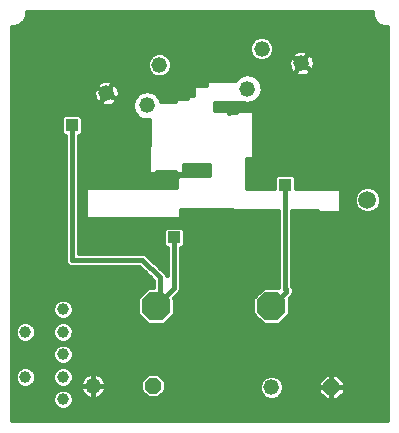
<source format=gbl>
G75*
%MOIN*%
%OFA0B0*%
%FSLAX24Y24*%
%IPPOS*%
%LPD*%
%AMOC8*
5,1,8,0,0,1.08239X$1,22.5*
%
%ADD10C,0.0520*%
%ADD11OC8,0.0520*%
%ADD12C,0.0160*%
%ADD13C,0.1502*%
%ADD14R,0.0591X0.0591*%
%ADD15R,0.0945X0.0945*%
%ADD16R,0.0396X0.0396*%
%ADD17C,0.0591*%
%ADD18OC8,0.0945*%
%ADD19C,0.0396*%
D10*
X031700Y014550D03*
X037650Y014500D03*
X033505Y023894D03*
X033911Y025248D03*
X032150Y024300D03*
X036837Y024455D03*
X038650Y025300D03*
X037321Y025784D03*
D11*
X039650Y014500D03*
X033700Y014550D03*
D12*
X029000Y013400D02*
X029000Y026494D01*
X029101Y026494D01*
X029286Y026571D01*
X029429Y026714D01*
X029506Y026899D01*
X029506Y027000D01*
X040994Y027000D01*
X040994Y026899D01*
X041071Y026714D01*
X041214Y026571D01*
X041399Y026494D01*
X041500Y026494D01*
X041500Y013400D01*
X029000Y013400D01*
X029000Y013414D02*
X041500Y013414D01*
X041500Y013573D02*
X029000Y013573D01*
X029000Y013731D02*
X041500Y013731D01*
X041500Y013890D02*
X030996Y013890D01*
X031004Y013897D02*
X031058Y014029D01*
X031058Y014171D01*
X031004Y014303D01*
X030903Y014404D01*
X030771Y014458D01*
X030629Y014458D01*
X030497Y014404D01*
X030396Y014303D01*
X030342Y014171D01*
X030342Y014029D01*
X030396Y013897D01*
X030497Y013796D01*
X030629Y013742D01*
X030771Y013742D01*
X030903Y013796D01*
X031004Y013897D01*
X031058Y014048D02*
X041500Y014048D01*
X041500Y014207D02*
X039979Y014207D01*
X040090Y014318D02*
X039832Y014060D01*
X039650Y014060D01*
X039650Y014500D01*
X040090Y014500D01*
X040090Y014682D01*
X041500Y014682D01*
X041500Y014524D02*
X040090Y014524D01*
X040090Y014500D02*
X039650Y014500D01*
X039650Y014500D01*
X039650Y014500D01*
X039650Y014940D01*
X039832Y014940D01*
X040090Y014682D01*
X040090Y014500D02*
X040090Y014318D01*
X040090Y014365D02*
X041500Y014365D01*
X041500Y014841D02*
X039932Y014841D01*
X039650Y014841D02*
X039650Y014841D01*
X039650Y014940D02*
X039468Y014940D01*
X039210Y014682D01*
X038029Y014682D01*
X038006Y014738D02*
X037888Y014856D01*
X037734Y014920D01*
X037566Y014920D01*
X037412Y014856D01*
X037294Y014738D01*
X037230Y014584D01*
X037230Y014416D01*
X037294Y014262D01*
X037412Y014144D01*
X037566Y014080D01*
X037734Y014080D01*
X037888Y014144D01*
X038006Y014262D01*
X038070Y014416D01*
X038070Y014584D01*
X038006Y014738D01*
X037903Y014841D02*
X039368Y014841D01*
X039210Y014682D02*
X039210Y014500D01*
X039650Y014500D01*
X039650Y014500D01*
X039650Y014500D01*
X039650Y014940D01*
X039650Y014682D02*
X039650Y014682D01*
X039650Y014524D02*
X039650Y014524D01*
X039650Y014500D02*
X039210Y014500D01*
X039210Y014318D01*
X039468Y014060D01*
X039650Y014060D01*
X039650Y014500D01*
X039650Y014365D02*
X039650Y014365D01*
X039650Y014207D02*
X039650Y014207D01*
X039321Y014207D02*
X037950Y014207D01*
X038049Y014365D02*
X039210Y014365D01*
X039210Y014524D02*
X038070Y014524D01*
X037397Y014841D02*
X034003Y014841D01*
X034120Y014724D02*
X033874Y014970D01*
X033526Y014970D01*
X033280Y014724D01*
X033280Y014376D01*
X033526Y014130D01*
X033874Y014130D01*
X034120Y014376D01*
X034120Y014724D01*
X034120Y014682D02*
X037271Y014682D01*
X037230Y014524D02*
X034120Y014524D01*
X034109Y014365D02*
X037251Y014365D01*
X037350Y014207D02*
X033950Y014207D01*
X033450Y014207D02*
X031976Y014207D01*
X031987Y014214D02*
X032036Y014263D01*
X032076Y014319D01*
X032108Y014381D01*
X032129Y014447D01*
X032140Y014515D01*
X032140Y014550D01*
X032140Y014585D01*
X032129Y014653D01*
X032108Y014719D01*
X032076Y014781D01*
X032036Y014837D01*
X031987Y014886D01*
X031931Y014926D01*
X031869Y014958D01*
X031803Y014979D01*
X031735Y014990D01*
X031700Y014990D01*
X031700Y014550D01*
X032140Y014550D01*
X031700Y014550D01*
X031700Y014550D01*
X031700Y014550D01*
X031700Y014110D01*
X031735Y014110D01*
X031803Y014121D01*
X031869Y014142D01*
X031931Y014174D01*
X031987Y014214D01*
X032100Y014365D02*
X033291Y014365D01*
X033280Y014524D02*
X032140Y014524D01*
X032120Y014682D02*
X033280Y014682D01*
X033397Y014841D02*
X032032Y014841D01*
X031700Y014841D02*
X031700Y014841D01*
X031700Y014990D02*
X031665Y014990D01*
X031597Y014979D01*
X031531Y014958D01*
X031469Y014926D01*
X031413Y014886D01*
X031364Y014837D01*
X031324Y014781D01*
X031292Y014719D01*
X031271Y014653D01*
X031260Y014585D01*
X031260Y014550D01*
X031700Y014550D01*
X031700Y014550D01*
X031700Y014550D01*
X031700Y014990D01*
X031700Y014682D02*
X031700Y014682D01*
X031700Y014550D02*
X031260Y014550D01*
X031260Y014515D01*
X031271Y014447D01*
X031292Y014381D01*
X031324Y014319D01*
X031364Y014263D01*
X031413Y014214D01*
X031469Y014174D01*
X031531Y014142D01*
X031597Y014121D01*
X031665Y014110D01*
X031700Y014110D01*
X031700Y014550D01*
X031700Y014524D02*
X031700Y014524D01*
X031700Y014365D02*
X031700Y014365D01*
X031700Y014207D02*
X031700Y014207D01*
X031424Y014207D02*
X031043Y014207D01*
X030941Y014365D02*
X031300Y014365D01*
X031260Y014524D02*
X030848Y014524D01*
X030903Y014546D02*
X031004Y014647D01*
X031058Y014779D01*
X031058Y014921D01*
X031004Y015053D01*
X030903Y015154D01*
X030771Y015208D01*
X030629Y015208D01*
X030497Y015154D01*
X030396Y015053D01*
X030342Y014921D01*
X030342Y014779D01*
X030396Y014647D01*
X030497Y014546D01*
X030629Y014492D01*
X030771Y014492D01*
X030903Y014546D01*
X031018Y014682D02*
X031280Y014682D01*
X031368Y014841D02*
X031058Y014841D01*
X031026Y014999D02*
X041500Y014999D01*
X041500Y015158D02*
X030893Y015158D01*
X030903Y015296D02*
X031004Y015397D01*
X031058Y015529D01*
X031058Y015671D01*
X031004Y015803D01*
X030903Y015904D01*
X030771Y015958D01*
X030629Y015958D01*
X030497Y015904D01*
X030396Y015803D01*
X030342Y015671D01*
X030342Y015529D01*
X030396Y015397D01*
X030497Y015296D01*
X030629Y015242D01*
X030771Y015242D01*
X030903Y015296D01*
X030922Y015316D02*
X041500Y015316D01*
X041500Y015475D02*
X031036Y015475D01*
X031058Y015633D02*
X041500Y015633D01*
X041500Y015792D02*
X031008Y015792D01*
X030791Y015950D02*
X041500Y015950D01*
X041500Y016109D02*
X030965Y016109D01*
X031004Y016147D02*
X031058Y016279D01*
X031058Y016421D01*
X031004Y016553D01*
X030903Y016654D01*
X030771Y016708D01*
X030629Y016708D01*
X030497Y016654D01*
X030396Y016553D01*
X030342Y016421D01*
X030342Y016279D01*
X030396Y016147D01*
X030497Y016046D01*
X030629Y015992D01*
X030771Y015992D01*
X030903Y016046D01*
X031004Y016147D01*
X031053Y016267D02*
X041500Y016267D01*
X041500Y016426D02*
X031056Y016426D01*
X030972Y016584D02*
X033522Y016584D01*
X033538Y016568D02*
X034062Y016568D01*
X034432Y016938D01*
X034432Y017462D01*
X034417Y017477D01*
X034507Y017567D01*
X034511Y017571D01*
X034574Y017635D01*
X034588Y017649D01*
X034588Y017649D01*
X034640Y017774D01*
X034640Y019142D01*
X034664Y019142D01*
X034758Y019236D01*
X034758Y019764D01*
X034664Y019858D01*
X034136Y019858D01*
X034042Y019764D01*
X034042Y019236D01*
X034136Y019142D01*
X034160Y019142D01*
X034160Y018249D01*
X034138Y018301D01*
X034124Y018315D01*
X034109Y018330D01*
X034090Y018349D01*
X034057Y018383D01*
X034057Y018383D01*
X033486Y018953D01*
X033398Y018990D01*
X031240Y018990D01*
X031240Y022892D01*
X031264Y022892D01*
X031358Y022986D01*
X031358Y023514D01*
X031264Y023608D01*
X030736Y023608D01*
X030642Y023514D01*
X030642Y022986D01*
X030736Y022892D01*
X030760Y022892D01*
X030760Y018702D01*
X030797Y018614D01*
X030864Y018547D01*
X030952Y018510D01*
X033251Y018510D01*
X033710Y018051D01*
X033710Y017832D01*
X033538Y017832D01*
X033168Y017462D01*
X033168Y016938D01*
X033538Y016568D01*
X033363Y016743D02*
X030773Y016743D01*
X030771Y016742D02*
X030903Y016796D01*
X031004Y016897D01*
X031058Y017029D01*
X031058Y017171D01*
X031004Y017303D01*
X030903Y017404D01*
X030771Y017458D01*
X030629Y017458D01*
X030497Y017404D01*
X030396Y017303D01*
X030342Y017171D01*
X030342Y017029D01*
X030396Y016897D01*
X030497Y016796D01*
X030629Y016742D01*
X030771Y016742D01*
X030627Y016743D02*
X029000Y016743D01*
X029000Y016901D02*
X030395Y016901D01*
X030342Y017060D02*
X029000Y017060D01*
X029000Y017218D02*
X030361Y017218D01*
X030470Y017377D02*
X029000Y017377D01*
X029000Y017535D02*
X033241Y017535D01*
X033168Y017377D02*
X030930Y017377D01*
X031039Y017218D02*
X033168Y017218D01*
X033168Y017060D02*
X031058Y017060D01*
X031005Y016901D02*
X033205Y016901D01*
X033800Y017200D02*
X033950Y017350D01*
X033950Y018109D01*
X033921Y018179D02*
X033350Y018750D01*
X031000Y018750D01*
X031000Y023250D01*
X031358Y023241D02*
X033570Y023241D01*
X033570Y023083D02*
X031358Y023083D01*
X031297Y022924D02*
X033570Y022924D01*
X033570Y022766D02*
X031240Y022766D01*
X031240Y022607D02*
X033570Y022607D01*
X033570Y022580D02*
X033567Y022580D01*
X033520Y022533D01*
X033520Y021667D01*
X033567Y021620D01*
X033783Y021620D01*
X033830Y021667D01*
X033830Y021670D01*
X034420Y021670D01*
X034420Y021667D01*
X034467Y021620D01*
X034683Y021620D01*
X034730Y021667D01*
X034730Y021920D01*
X035570Y021920D01*
X035570Y021580D01*
X034567Y021580D01*
X034520Y021533D01*
X034520Y021530D01*
X034517Y021530D01*
X034470Y021483D01*
X034470Y021180D01*
X031467Y021180D01*
X031420Y021133D01*
X031420Y020167D01*
X031467Y020120D01*
X034583Y020120D01*
X034630Y020167D01*
X034630Y020420D01*
X036320Y020420D01*
X036320Y020417D01*
X036367Y020370D01*
X037860Y020370D01*
X037860Y017832D01*
X037388Y017832D01*
X037018Y017462D01*
X037018Y016938D01*
X037388Y016568D01*
X037912Y016568D01*
X038282Y016938D01*
X038282Y017462D01*
X038267Y017477D01*
X038324Y017535D01*
X038338Y017549D01*
X038390Y017674D01*
X038390Y017789D01*
X038374Y017827D01*
X038353Y017877D01*
X038352Y017878D01*
X038340Y017891D01*
X038340Y020370D01*
X039170Y020370D01*
X039170Y020367D01*
X039217Y020320D01*
X039933Y020320D01*
X039980Y020367D01*
X039980Y021083D01*
X039933Y021130D01*
X038458Y021130D01*
X038458Y021514D01*
X038364Y021608D01*
X037836Y021608D01*
X037742Y021514D01*
X037742Y021130D01*
X036830Y021130D01*
X036830Y022120D01*
X037033Y022120D01*
X037080Y022167D01*
X037080Y023683D01*
X037033Y023730D01*
X036517Y023730D01*
X036470Y023683D01*
X036470Y023680D01*
X036267Y023680D01*
X036230Y023643D01*
X036230Y023683D01*
X036183Y023730D01*
X035780Y023730D01*
X035780Y023970D01*
X036725Y023970D01*
X036850Y023936D01*
X037107Y024005D01*
X037295Y024193D01*
X037295Y024193D01*
X037364Y024450D01*
X037295Y024707D01*
X037107Y024895D01*
X037107Y024895D01*
X036850Y024964D01*
X036593Y024895D01*
X036428Y024730D01*
X035517Y024730D01*
X035470Y024683D01*
X035470Y024580D01*
X035067Y024580D01*
X035020Y024533D01*
X035020Y024230D01*
X034867Y024230D01*
X034820Y024183D01*
X034820Y024130D01*
X034467Y024130D01*
X034420Y024083D01*
X034420Y024030D01*
X033979Y024030D01*
X033945Y024157D01*
X033757Y024345D01*
X033757Y024345D01*
X033500Y024414D01*
X033243Y024345D01*
X033055Y024157D01*
X033055Y024157D01*
X032986Y023900D01*
X033055Y023643D01*
X033243Y023455D01*
X033243Y023455D01*
X033500Y023386D01*
X033570Y023405D01*
X033570Y022580D01*
X033520Y022449D02*
X031240Y022449D01*
X031240Y022290D02*
X033520Y022290D01*
X033520Y022132D02*
X031240Y022132D01*
X031240Y021973D02*
X033520Y021973D01*
X033520Y021815D02*
X031240Y021815D01*
X031240Y021656D02*
X033531Y021656D01*
X033819Y021656D02*
X034431Y021656D01*
X034484Y021498D02*
X031240Y021498D01*
X031240Y021339D02*
X034470Y021339D01*
X034470Y021181D02*
X031240Y021181D01*
X031240Y021022D02*
X031420Y021022D01*
X031420Y020864D02*
X031240Y020864D01*
X031240Y020705D02*
X031420Y020705D01*
X031420Y020547D02*
X031240Y020547D01*
X031240Y020388D02*
X031420Y020388D01*
X031420Y020230D02*
X031240Y020230D01*
X031240Y020071D02*
X037860Y020071D01*
X037860Y019913D02*
X031240Y019913D01*
X031240Y019754D02*
X034042Y019754D01*
X034042Y019596D02*
X031240Y019596D01*
X031240Y019437D02*
X034042Y019437D01*
X034042Y019279D02*
X031240Y019279D01*
X031240Y019120D02*
X034160Y019120D01*
X034160Y018962D02*
X033466Y018962D01*
X033636Y018803D02*
X034160Y018803D01*
X034160Y018645D02*
X033795Y018645D01*
X033953Y018486D02*
X034160Y018486D01*
X034090Y018349D02*
X034090Y018349D01*
X034112Y018328D02*
X034160Y018328D01*
X034138Y018301D02*
X034138Y018301D01*
X033921Y018180D02*
X033933Y018165D01*
X033942Y018147D01*
X033948Y018129D01*
X033950Y018109D01*
X033710Y018011D02*
X029000Y018011D01*
X029000Y018169D02*
X033592Y018169D01*
X033433Y018328D02*
X029000Y018328D01*
X029000Y018486D02*
X033275Y018486D01*
X033710Y017852D02*
X029000Y017852D01*
X029000Y017694D02*
X033399Y017694D01*
X033950Y017350D02*
X034371Y017771D01*
X034400Y017841D02*
X034400Y019500D01*
X034758Y019437D02*
X037860Y019437D01*
X037860Y019279D02*
X034758Y019279D01*
X034640Y019120D02*
X037860Y019120D01*
X037860Y018962D02*
X034640Y018962D01*
X034640Y018803D02*
X037860Y018803D01*
X037860Y018645D02*
X034640Y018645D01*
X034640Y018486D02*
X037860Y018486D01*
X037860Y018328D02*
X034640Y018328D01*
X034640Y018169D02*
X037860Y018169D01*
X037860Y018011D02*
X034640Y018011D01*
X034640Y017852D02*
X037860Y017852D01*
X038150Y017741D02*
X038148Y017721D01*
X038142Y017703D01*
X038133Y017685D01*
X038121Y017670D01*
X038121Y017671D02*
X037650Y017200D01*
X037213Y016743D02*
X034237Y016743D01*
X034395Y016901D02*
X037055Y016901D01*
X037018Y017060D02*
X034432Y017060D01*
X034432Y017218D02*
X037018Y017218D01*
X037018Y017377D02*
X034432Y017377D01*
X034474Y017535D02*
X037091Y017535D01*
X037249Y017694D02*
X034607Y017694D01*
X034574Y017635D02*
X034574Y017635D01*
X034371Y017770D02*
X034383Y017785D01*
X034392Y017803D01*
X034398Y017821D01*
X034400Y017841D01*
X034078Y016584D02*
X037372Y016584D01*
X037928Y016584D02*
X041500Y016584D01*
X041500Y016743D02*
X038087Y016743D01*
X038245Y016901D02*
X041500Y016901D01*
X041500Y017060D02*
X038282Y017060D01*
X038282Y017218D02*
X041500Y017218D01*
X041500Y017377D02*
X038282Y017377D01*
X038324Y017535D02*
X038324Y017535D01*
X041500Y017535D01*
X041500Y017694D02*
X038390Y017694D01*
X038338Y017549D02*
X038338Y017549D01*
X038150Y017741D02*
X038129Y017762D01*
X038100Y017833D02*
X038100Y021250D01*
X038458Y021181D02*
X040700Y021181D01*
X040759Y021205D02*
X040592Y021136D01*
X040464Y021008D01*
X040395Y020841D01*
X040395Y020659D01*
X040464Y020492D01*
X040592Y020364D01*
X040759Y020295D01*
X040941Y020295D01*
X041108Y020364D01*
X041236Y020492D01*
X041305Y020659D01*
X041305Y020841D01*
X041236Y021008D01*
X041108Y021136D01*
X040941Y021205D01*
X040759Y021205D01*
X041000Y021181D02*
X041500Y021181D01*
X041500Y021339D02*
X038458Y021339D01*
X038458Y021498D02*
X041500Y021498D01*
X041500Y021656D02*
X036830Y021656D01*
X036830Y021498D02*
X037742Y021498D01*
X037742Y021339D02*
X036830Y021339D01*
X036830Y021181D02*
X037742Y021181D01*
X037860Y020230D02*
X034630Y020230D01*
X034630Y020388D02*
X036349Y020388D01*
X037860Y019754D02*
X034758Y019754D01*
X034758Y019596D02*
X037860Y019596D01*
X038340Y019596D02*
X041500Y019596D01*
X041500Y019754D02*
X038340Y019754D01*
X038340Y019913D02*
X041500Y019913D01*
X041500Y020071D02*
X038340Y020071D01*
X038340Y020230D02*
X041500Y020230D01*
X041500Y020388D02*
X041132Y020388D01*
X041259Y020547D02*
X041500Y020547D01*
X041500Y020705D02*
X041305Y020705D01*
X041296Y020864D02*
X041500Y020864D01*
X041500Y021022D02*
X041222Y021022D01*
X040478Y021022D02*
X039980Y021022D01*
X039980Y020864D02*
X040404Y020864D01*
X040395Y020705D02*
X039980Y020705D01*
X039980Y020547D02*
X040441Y020547D01*
X040568Y020388D02*
X039980Y020388D01*
X041500Y019437D02*
X038340Y019437D01*
X038340Y019279D02*
X041500Y019279D01*
X041500Y019120D02*
X038340Y019120D01*
X038340Y018962D02*
X041500Y018962D01*
X041500Y018803D02*
X038340Y018803D01*
X038340Y018645D02*
X041500Y018645D01*
X041500Y018486D02*
X038340Y018486D01*
X038340Y018328D02*
X041500Y018328D01*
X041500Y018169D02*
X038340Y018169D01*
X038340Y018011D02*
X041500Y018011D01*
X041500Y017852D02*
X038364Y017852D01*
X038353Y017877D02*
X038353Y017877D01*
X038129Y017762D02*
X038117Y017777D01*
X038108Y017795D01*
X038102Y017813D01*
X038100Y017833D01*
X035570Y021656D02*
X034719Y021656D01*
X034730Y021815D02*
X035570Y021815D01*
X036830Y021815D02*
X041500Y021815D01*
X041500Y021973D02*
X036830Y021973D01*
X037045Y022132D02*
X041500Y022132D01*
X041500Y022290D02*
X037080Y022290D01*
X037080Y022449D02*
X041500Y022449D01*
X041500Y022607D02*
X037080Y022607D01*
X037080Y022766D02*
X041500Y022766D01*
X041500Y022924D02*
X037080Y022924D01*
X037080Y023083D02*
X041500Y023083D01*
X041500Y023241D02*
X037080Y023241D01*
X037080Y023400D02*
X041500Y023400D01*
X041500Y023558D02*
X037080Y023558D01*
X037047Y023717D02*
X041500Y023717D01*
X041500Y023875D02*
X035780Y023875D01*
X036197Y023717D02*
X036503Y023717D01*
X036850Y023936D02*
X036850Y023936D01*
X037107Y024005D02*
X037107Y024005D01*
X037135Y024034D02*
X041500Y024034D01*
X041500Y024192D02*
X037294Y024192D01*
X037337Y024351D02*
X041500Y024351D01*
X041500Y024509D02*
X037348Y024509D01*
X037305Y024668D02*
X041500Y024668D01*
X041500Y024826D02*
X037175Y024826D01*
X037295Y024707D02*
X037295Y024707D01*
X036850Y024964D02*
X036850Y024964D01*
X036593Y024895D02*
X036593Y024895D01*
X036525Y024826D02*
X029000Y024826D01*
X029000Y024668D02*
X031907Y024668D01*
X031919Y024676D02*
X031863Y024636D01*
X031814Y024587D01*
X031775Y024532D01*
X032150Y024300D01*
X032382Y024675D01*
X032150Y024300D01*
X032150Y024300D01*
X032525Y024068D01*
X032150Y024300D01*
X032150Y024300D01*
X032150Y024300D01*
X031918Y023925D01*
X032150Y024300D01*
X032150Y024300D01*
X031775Y024532D01*
X031774Y024531D01*
X031742Y024469D01*
X031721Y024403D01*
X031710Y024335D01*
X031710Y024265D01*
X031721Y024197D01*
X031742Y024131D01*
X031774Y024069D01*
X031814Y024013D01*
X031863Y023964D01*
X031918Y023925D01*
X031919Y023924D01*
X031981Y023892D01*
X032047Y023871D01*
X032115Y023860D01*
X032185Y023860D01*
X032253Y023871D01*
X032319Y023892D01*
X032381Y023924D01*
X032437Y023964D01*
X032486Y024013D01*
X032525Y024068D01*
X032526Y024069D01*
X032558Y024131D01*
X032579Y024197D01*
X032590Y024265D01*
X032590Y024335D01*
X032579Y024403D01*
X032558Y024469D01*
X032526Y024531D01*
X032486Y024587D01*
X032437Y024636D01*
X032382Y024675D01*
X032381Y024676D01*
X032319Y024708D01*
X032253Y024729D01*
X032185Y024740D01*
X032115Y024740D01*
X032047Y024729D01*
X031981Y024708D01*
X031919Y024676D01*
X031812Y024509D02*
X031812Y024509D01*
X031763Y024509D02*
X029000Y024509D01*
X029000Y024351D02*
X031713Y024351D01*
X031722Y024192D02*
X029000Y024192D01*
X029000Y024034D02*
X031800Y024034D01*
X031985Y024034D02*
X031985Y024034D01*
X032034Y023875D02*
X029000Y023875D01*
X029000Y023717D02*
X033036Y023717D01*
X033055Y023643D02*
X033055Y023643D01*
X033140Y023558D02*
X031314Y023558D01*
X031358Y023400D02*
X033451Y023400D01*
X033500Y023386D02*
X033500Y023386D01*
X033549Y023400D02*
X033570Y023400D01*
X032993Y023875D02*
X032266Y023875D01*
X032500Y024034D02*
X033022Y024034D01*
X032986Y023900D02*
X032986Y023900D01*
X033091Y024192D02*
X032578Y024192D01*
X032587Y024351D02*
X033265Y024351D01*
X033243Y024345D02*
X033243Y024345D01*
X033500Y024414D02*
X033500Y024414D01*
X033735Y024351D02*
X035020Y024351D01*
X035020Y024509D02*
X032537Y024509D01*
X032393Y024668D02*
X035470Y024668D01*
X034829Y024192D02*
X033909Y024192D01*
X033945Y024157D02*
X033945Y024157D01*
X033978Y024034D02*
X034420Y024034D01*
X034149Y024892D02*
X033994Y024828D01*
X033827Y024828D01*
X033673Y024892D01*
X033555Y025010D01*
X033491Y025165D01*
X033491Y025332D01*
X033555Y025486D01*
X033673Y025604D01*
X033827Y025668D01*
X033994Y025668D01*
X034149Y025604D01*
X034267Y025486D01*
X034331Y025332D01*
X034331Y025165D01*
X034267Y025010D01*
X034149Y024892D01*
X034241Y024985D02*
X038343Y024985D01*
X038363Y024964D02*
X038398Y024940D01*
X038419Y024924D01*
X038481Y024892D01*
X038547Y024871D01*
X038615Y024860D01*
X038685Y024860D01*
X038753Y024871D01*
X038819Y024892D01*
X038881Y024924D01*
X038937Y024964D01*
X038986Y025013D01*
X039010Y025048D01*
X039026Y025069D01*
X039058Y025131D01*
X039079Y025197D01*
X039090Y025265D01*
X039090Y025335D01*
X039079Y025403D01*
X039058Y025469D01*
X039026Y025531D01*
X038986Y025587D01*
X038937Y025636D01*
X038902Y025660D01*
X038881Y025676D01*
X038819Y025708D01*
X038753Y025729D01*
X038685Y025740D01*
X038615Y025740D01*
X038547Y025729D01*
X038481Y025708D01*
X038419Y025676D01*
X038363Y025636D01*
X038314Y025587D01*
X038290Y025552D01*
X038274Y025531D01*
X038242Y025469D01*
X038221Y025403D01*
X038210Y025335D01*
X038210Y025265D01*
X038221Y025197D01*
X038242Y025131D01*
X038274Y025069D01*
X038314Y025013D01*
X038363Y024964D01*
X038398Y024940D02*
X038650Y025300D01*
X038650Y025300D01*
X038902Y025660D01*
X038650Y025300D01*
X039010Y025048D01*
X038650Y025300D01*
X038650Y025300D01*
X038650Y025300D01*
X038290Y025552D01*
X038650Y025300D01*
X038398Y024940D01*
X038429Y024985D02*
X038429Y024985D01*
X038540Y025143D02*
X038540Y025143D01*
X038650Y025300D02*
X038650Y025300D01*
X038651Y025302D02*
X038651Y025302D01*
X038648Y025302D02*
X038648Y025302D01*
X038762Y025460D02*
X038762Y025460D01*
X038873Y025619D02*
X038873Y025619D01*
X038954Y025619D02*
X041500Y025619D01*
X041500Y025777D02*
X037741Y025777D01*
X037741Y025700D02*
X037741Y025867D01*
X037677Y026022D01*
X037559Y026140D01*
X037405Y026204D01*
X037238Y026204D01*
X037083Y026140D01*
X036965Y026022D01*
X036901Y025867D01*
X036901Y025700D01*
X036965Y025546D01*
X037083Y025428D01*
X037238Y025364D01*
X037405Y025364D01*
X037559Y025428D01*
X037677Y025546D01*
X037741Y025700D01*
X037707Y025619D02*
X038346Y025619D01*
X038421Y025460D02*
X038421Y025460D01*
X038239Y025460D02*
X037591Y025460D01*
X037713Y025936D02*
X041500Y025936D01*
X041500Y026094D02*
X037605Y026094D01*
X037037Y026094D02*
X029000Y026094D01*
X029000Y025936D02*
X036929Y025936D01*
X036901Y025777D02*
X029000Y025777D01*
X029000Y025619D02*
X033708Y025619D01*
X033544Y025460D02*
X029000Y025460D01*
X029000Y025302D02*
X033491Y025302D01*
X033500Y025143D02*
X029000Y025143D01*
X029000Y024985D02*
X033581Y024985D01*
X034322Y025143D02*
X038238Y025143D01*
X038210Y025302D02*
X034331Y025302D01*
X034278Y025460D02*
X037051Y025460D01*
X036935Y025619D02*
X034114Y025619D01*
X032377Y024668D02*
X032377Y024668D01*
X032279Y024509D02*
X032279Y024509D01*
X032181Y024351D02*
X032181Y024351D01*
X032068Y024351D02*
X032068Y024351D01*
X032083Y024192D02*
X032083Y024192D01*
X032325Y024192D02*
X032325Y024192D01*
X030686Y023558D02*
X029000Y023558D01*
X029000Y023400D02*
X030642Y023400D01*
X030642Y023241D02*
X029000Y023241D01*
X029000Y023083D02*
X030642Y023083D01*
X030703Y022924D02*
X029000Y022924D01*
X029000Y022766D02*
X030760Y022766D01*
X030760Y022607D02*
X029000Y022607D01*
X029000Y022449D02*
X030760Y022449D01*
X030760Y022290D02*
X029000Y022290D01*
X029000Y022132D02*
X030760Y022132D01*
X030760Y021973D02*
X029000Y021973D01*
X029000Y021815D02*
X030760Y021815D01*
X030760Y021656D02*
X029000Y021656D01*
X029000Y021498D02*
X030760Y021498D01*
X030760Y021339D02*
X029000Y021339D01*
X029000Y021181D02*
X030760Y021181D01*
X030760Y021022D02*
X029000Y021022D01*
X029000Y020864D02*
X030760Y020864D01*
X030760Y020705D02*
X029000Y020705D01*
X029000Y020547D02*
X030760Y020547D01*
X030760Y020388D02*
X029000Y020388D01*
X029000Y020230D02*
X030760Y020230D01*
X030760Y020071D02*
X029000Y020071D01*
X029000Y019913D02*
X030760Y019913D01*
X030760Y019754D02*
X029000Y019754D01*
X029000Y019596D02*
X030760Y019596D01*
X030760Y019437D02*
X029000Y019437D01*
X029000Y019279D02*
X030760Y019279D01*
X030760Y019120D02*
X029000Y019120D01*
X029000Y018962D02*
X030760Y018962D01*
X030760Y018803D02*
X029000Y018803D01*
X029000Y018645D02*
X030784Y018645D01*
X029653Y016654D02*
X029521Y016708D01*
X029379Y016708D01*
X029247Y016654D01*
X029146Y016553D01*
X029092Y016421D01*
X029092Y016279D01*
X029146Y016147D01*
X029247Y016046D01*
X029379Y015992D01*
X029521Y015992D01*
X029653Y016046D01*
X029754Y016147D01*
X029808Y016279D01*
X029808Y016421D01*
X029754Y016553D01*
X029653Y016654D01*
X029722Y016584D02*
X030428Y016584D01*
X030344Y016426D02*
X029806Y016426D01*
X029803Y016267D02*
X030347Y016267D01*
X030435Y016109D02*
X029715Y016109D01*
X029185Y016109D02*
X029000Y016109D01*
X029000Y016267D02*
X029097Y016267D01*
X029094Y016426D02*
X029000Y016426D01*
X029000Y016584D02*
X029178Y016584D01*
X029000Y015950D02*
X030609Y015950D01*
X030392Y015792D02*
X029000Y015792D01*
X029000Y015633D02*
X030342Y015633D01*
X030364Y015475D02*
X029000Y015475D01*
X029000Y015316D02*
X030478Y015316D01*
X030507Y015158D02*
X029643Y015158D01*
X029653Y015154D02*
X029521Y015208D01*
X029379Y015208D01*
X029247Y015154D01*
X029146Y015053D01*
X029092Y014921D01*
X029092Y014779D01*
X029146Y014647D01*
X029247Y014546D01*
X029379Y014492D01*
X029521Y014492D01*
X029653Y014546D01*
X029754Y014647D01*
X029808Y014779D01*
X029808Y014921D01*
X029754Y015053D01*
X029653Y015154D01*
X029776Y014999D02*
X030374Y014999D01*
X030342Y014841D02*
X029808Y014841D01*
X029768Y014682D02*
X030382Y014682D01*
X030552Y014524D02*
X029598Y014524D01*
X029302Y014524D02*
X029000Y014524D01*
X029000Y014682D02*
X029132Y014682D01*
X029092Y014841D02*
X029000Y014841D01*
X029000Y014999D02*
X029124Y014999D01*
X029000Y015158D02*
X029257Y015158D01*
X029000Y014365D02*
X030459Y014365D01*
X030357Y014207D02*
X029000Y014207D01*
X029000Y014048D02*
X030342Y014048D01*
X030404Y013890D02*
X029000Y013890D01*
X038957Y024985D02*
X041500Y024985D01*
X041500Y025143D02*
X039062Y025143D01*
X039090Y025302D02*
X041500Y025302D01*
X041500Y025460D02*
X039061Y025460D01*
X038874Y025143D02*
X038874Y025143D01*
X041065Y026728D02*
X029435Y026728D01*
X029500Y026887D02*
X041000Y026887D01*
X041218Y026570D02*
X029282Y026570D01*
X029000Y026411D02*
X041500Y026411D01*
X041500Y026253D02*
X029000Y026253D01*
D13*
X030050Y025900D03*
X040650Y025900D03*
X040650Y018400D03*
X030050Y018400D03*
D14*
X040850Y021600D03*
D15*
X038700Y016250D03*
X032850Y016150D03*
D16*
X034700Y014450D03*
X029450Y014100D03*
X029450Y015600D03*
X029450Y017100D03*
X033300Y019500D03*
X034400Y019500D03*
X038100Y021250D03*
X031000Y023250D03*
D17*
X040850Y020750D03*
D18*
X037650Y017200D03*
X033800Y017200D03*
D19*
X030700Y017100D03*
X030700Y016350D03*
X030700Y015600D03*
X030700Y014850D03*
X030700Y014100D03*
X029450Y014850D03*
X029450Y016350D03*
M02*

</source>
